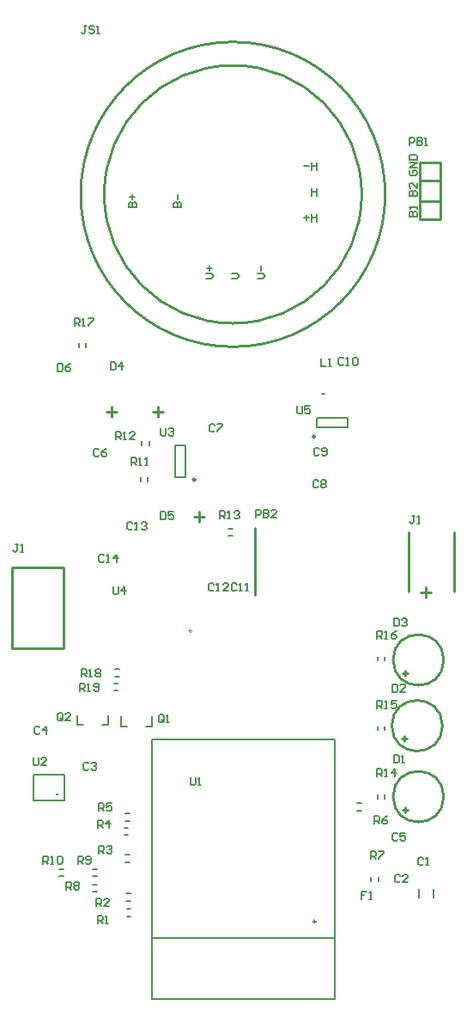
<source format=gto>
G04 Layer_Color=65535*
%FSLAX25Y25*%
%MOIN*%
G70*
G01*
G75*
%ADD30C,0.00800*%
%ADD31C,0.00787*%
%ADD43C,0.01000*%
%ADD44C,0.00000*%
%ADD45C,0.00984*%
%ADD46C,0.00500*%
D30*
X255699Y656899D02*
X254700D01*
X255200D01*
Y654400D01*
X254700Y653900D01*
X254200D01*
X253700Y654400D01*
X258698Y656399D02*
X258198Y656899D01*
X257199D01*
X256699Y656399D01*
Y655899D01*
X257199Y655400D01*
X258198D01*
X258698Y654900D01*
Y654400D01*
X258198Y653900D01*
X257199D01*
X256699Y654400D01*
X259698Y653900D02*
X260698D01*
X260198D01*
Y656899D01*
X259698Y656399D01*
X302001Y559000D02*
X304000D01*
X305000Y560000D01*
X304000Y560999D01*
X302001D01*
X303501Y561999D02*
Y563998D01*
X302501Y562999D02*
X304500D01*
X312001Y559000D02*
X314000D01*
X315000Y560000D01*
X314000Y560999D01*
X312001D01*
X322001Y559000D02*
X324000D01*
X325000Y560000D01*
X324000Y560999D01*
X322001D01*
X323500Y561999D02*
Y563998D01*
X345000Y581001D02*
Y584000D01*
Y582501D01*
X343001D01*
Y581001D01*
Y584000D01*
X342001Y582501D02*
X340002D01*
X341001Y581501D02*
Y583500D01*
X345000Y591001D02*
Y594000D01*
Y592500D01*
X343001D01*
Y591001D01*
Y594000D01*
X345000Y601001D02*
Y604000D01*
Y602500D01*
X343001D01*
Y601001D01*
Y604000D01*
X342001Y602500D02*
X340002D01*
X272001Y586500D02*
X275000D01*
Y587999D01*
X274500Y588499D01*
X274000D01*
X273500Y587999D01*
Y586500D01*
Y587999D01*
X273001Y588499D01*
X272501D01*
X272001Y587999D01*
Y586500D01*
X273500Y589499D02*
Y591498D01*
X272501Y590499D02*
X274500D01*
X289501Y586500D02*
X292500D01*
Y587999D01*
X292000Y588499D01*
X291500D01*
X291001Y587999D01*
Y586500D01*
Y587999D01*
X290501Y588499D01*
X290001D01*
X289501Y587999D01*
Y586500D01*
X291001Y589499D02*
Y591498D01*
X284500Y468499D02*
Y465500D01*
X285999D01*
X286499Y466000D01*
Y467999D01*
X285999Y468499D01*
X284500D01*
X289498D02*
X287499D01*
Y466999D01*
X288499Y467499D01*
X288999D01*
X289498Y466999D01*
Y466000D01*
X288999Y465500D01*
X287999D01*
X287499Y466000D01*
X273499Y463999D02*
X273000Y464499D01*
X272000D01*
X271500Y463999D01*
Y462000D01*
X272000Y461500D01*
X273000D01*
X273499Y462000D01*
X274499Y461500D02*
X275499D01*
X274999D01*
Y464499D01*
X274499Y463999D01*
X276998D02*
X277498Y464499D01*
X278498D01*
X278998Y463999D01*
Y463499D01*
X278498Y462999D01*
X277998D01*
X278498D01*
X278998Y462500D01*
Y462000D01*
X278498Y461500D01*
X277498D01*
X276998Y462000D01*
X262499Y451499D02*
X262000Y451999D01*
X261000D01*
X260500Y451499D01*
Y449500D01*
X261000Y449000D01*
X262000D01*
X262499Y449500D01*
X263499Y449000D02*
X264499D01*
X263999D01*
Y451999D01*
X263499Y451499D01*
X267498Y449000D02*
Y451999D01*
X265998Y450499D01*
X267998D01*
X266000Y439499D02*
Y437000D01*
X266500Y436500D01*
X267499D01*
X267999Y437000D01*
Y439499D01*
X270498Y436500D02*
Y439499D01*
X268999Y437999D01*
X270998D01*
X273000Y486500D02*
Y489499D01*
X274500D01*
X274999Y488999D01*
Y487999D01*
X274500Y487500D01*
X273000D01*
X274000D02*
X274999Y486500D01*
X275999D02*
X276999D01*
X276499D01*
Y489499D01*
X275999Y488999D01*
X278498Y486500D02*
X279498D01*
X278998D01*
Y489499D01*
X278498Y488999D01*
X260499Y492499D02*
X259999Y492999D01*
X259000D01*
X258500Y492499D01*
Y490500D01*
X259000Y490000D01*
X259999D01*
X260499Y490500D01*
X263498Y492999D02*
X262499Y492499D01*
X261499Y491500D01*
Y490500D01*
X261999Y490000D01*
X262999D01*
X263498Y490500D01*
Y491000D01*
X262999Y491500D01*
X261499D01*
X267000Y496500D02*
Y499499D01*
X268499D01*
X268999Y498999D01*
Y497999D01*
X268499Y497500D01*
X267000D01*
X268000D02*
X268999Y496500D01*
X269999D02*
X270999D01*
X270499D01*
Y499499D01*
X269999Y498999D01*
X274498Y496500D02*
X272498D01*
X274498Y498499D01*
Y498999D01*
X273998Y499499D01*
X272998D01*
X272498Y498999D01*
X251000Y540500D02*
Y543499D01*
X252500D01*
X252999Y542999D01*
Y541999D01*
X252500Y541500D01*
X251000D01*
X252000D02*
X252999Y540500D01*
X253999D02*
X254999D01*
X254499D01*
Y543499D01*
X253999Y542999D01*
X256498Y543499D02*
X258498D01*
Y542999D01*
X256498Y541000D01*
Y540500D01*
X265000Y526499D02*
Y523500D01*
X266499D01*
X266999Y524000D01*
Y525999D01*
X266499Y526499D01*
X265000D01*
X269498Y523500D02*
Y526499D01*
X267999Y525000D01*
X269998D01*
X244500Y525999D02*
Y523000D01*
X246000D01*
X246499Y523500D01*
Y525499D01*
X246000Y525999D01*
X244500D01*
X249498D02*
X248499Y525499D01*
X247499Y524500D01*
Y523500D01*
X247999Y523000D01*
X248998D01*
X249498Y523500D01*
Y524000D01*
X248998Y524500D01*
X247499D01*
X337500Y509499D02*
Y507000D01*
X338000Y506500D01*
X339000D01*
X339499Y507000D01*
Y509499D01*
X342498D02*
X340499D01*
Y508000D01*
X341499Y508499D01*
X341999D01*
X342498Y508000D01*
Y507000D01*
X341999Y506500D01*
X340999D01*
X340499Y507000D01*
X253000Y399000D02*
Y401999D01*
X254500D01*
X254999Y401499D01*
Y400499D01*
X254500Y400000D01*
X253000D01*
X254000D02*
X254999Y399000D01*
X255999D02*
X256999D01*
X256499D01*
Y401999D01*
X255999Y401499D01*
X258498Y399500D02*
X258998Y399000D01*
X259998D01*
X260498Y399500D01*
Y401499D01*
X259998Y401999D01*
X258998D01*
X258498Y401499D01*
Y400999D01*
X258998Y400499D01*
X260498D01*
X253594Y404500D02*
Y407499D01*
X255094D01*
X255594Y406999D01*
Y406000D01*
X255094Y405500D01*
X253594D01*
X254594D02*
X255594Y404500D01*
X256593D02*
X257593D01*
X257093D01*
Y407499D01*
X256593Y406999D01*
X259093D02*
X259593Y407499D01*
X260592D01*
X261092Y406999D01*
Y406499D01*
X260592Y406000D01*
X261092Y405500D01*
Y405000D01*
X260592Y404500D01*
X259593D01*
X259093Y405000D01*
Y405500D01*
X259593Y406000D01*
X259093Y406499D01*
Y406999D01*
X259593Y406000D02*
X260592D01*
X285562Y387224D02*
Y389224D01*
X285063Y389723D01*
X284063D01*
X283563Y389224D01*
Y387224D01*
X284063Y386724D01*
X285063D01*
X284563Y387724D02*
X285562Y386724D01*
X285063D02*
X285562Y387224D01*
X286562Y386724D02*
X287562D01*
X287062D01*
Y389723D01*
X286562Y389224D01*
X246499Y388000D02*
Y389999D01*
X246000Y390499D01*
X245000D01*
X244500Y389999D01*
Y388000D01*
X245000Y387500D01*
X246000D01*
X245500Y388500D02*
X246499Y387500D01*
X246000D02*
X246499Y388000D01*
X249498Y387500D02*
X247499D01*
X249498Y389499D01*
Y389999D01*
X248998Y390499D01*
X247999D01*
X247499Y389999D01*
X238800Y332000D02*
Y334999D01*
X240300D01*
X240799Y334499D01*
Y333500D01*
X240300Y333000D01*
X238800D01*
X239800D02*
X240799Y332000D01*
X241799D02*
X242799D01*
X242299D01*
Y334999D01*
X241799Y334499D01*
X244298D02*
X244798Y334999D01*
X245798D01*
X246298Y334499D01*
Y332500D01*
X245798Y332000D01*
X244798D01*
X244298Y332500D01*
Y334499D01*
X247800Y322000D02*
Y324999D01*
X249300D01*
X249799Y324499D01*
Y323499D01*
X249300Y323000D01*
X247800D01*
X248800D02*
X249799Y322000D01*
X250799Y324499D02*
X251299Y324999D01*
X252298D01*
X252798Y324499D01*
Y323999D01*
X252298Y323499D01*
X252798Y323000D01*
Y322500D01*
X252298Y322000D01*
X251299D01*
X250799Y322500D01*
Y323000D01*
X251299Y323499D01*
X250799Y323999D01*
Y324499D01*
X251299Y323499D02*
X252298D01*
X252300Y332000D02*
Y334999D01*
X253800D01*
X254299Y334499D01*
Y333500D01*
X253800Y333000D01*
X252300D01*
X253300D02*
X254299Y332000D01*
X255299Y332500D02*
X255799Y332000D01*
X256799D01*
X257298Y332500D01*
Y334499D01*
X256799Y334999D01*
X255799D01*
X255299Y334499D01*
Y333999D01*
X255799Y333500D01*
X257298D01*
X296000Y365499D02*
Y363000D01*
X296500Y362500D01*
X297499D01*
X297999Y363000D01*
Y365499D01*
X298999Y362500D02*
X299999D01*
X299499D01*
Y365499D01*
X298999Y364999D01*
X260000Y309000D02*
Y311999D01*
X261500D01*
X261999Y311499D01*
Y310500D01*
X261500Y310000D01*
X260000D01*
X261000D02*
X261999Y309000D01*
X262999D02*
X263999D01*
X263499D01*
Y311999D01*
X262999Y311499D01*
X259500Y315500D02*
Y318499D01*
X260999D01*
X261499Y317999D01*
Y317000D01*
X260999Y316500D01*
X259500D01*
X260500D02*
X261499Y315500D01*
X264498D02*
X262499D01*
X264498Y317499D01*
Y317999D01*
X263999Y318499D01*
X262999D01*
X262499Y317999D01*
X260500Y336000D02*
Y338999D01*
X262000D01*
X262499Y338499D01*
Y337499D01*
X262000Y337000D01*
X260500D01*
X261500D02*
X262499Y336000D01*
X263499Y338499D02*
X263999Y338999D01*
X264999D01*
X265498Y338499D01*
Y337999D01*
X264999Y337499D01*
X264499D01*
X264999D01*
X265498Y337000D01*
Y336500D01*
X264999Y336000D01*
X263999D01*
X263499Y336500D01*
X367500Y347500D02*
Y350499D01*
X369000D01*
X369499Y349999D01*
Y349000D01*
X369000Y348500D01*
X367500D01*
X368500D02*
X369499Y347500D01*
X372498Y350499D02*
X371499Y349999D01*
X370499Y349000D01*
Y348000D01*
X370999Y347500D01*
X371999D01*
X372498Y348000D01*
Y348500D01*
X371999Y349000D01*
X370499D01*
X260500Y352500D02*
Y355499D01*
X262000D01*
X262499Y354999D01*
Y353999D01*
X262000Y353500D01*
X260500D01*
X261500D02*
X262499Y352500D01*
X265498Y355499D02*
X263499D01*
Y353999D01*
X264499Y354499D01*
X264999D01*
X265498Y353999D01*
Y353000D01*
X264999Y352500D01*
X263999D01*
X263499Y353000D01*
X260000Y346000D02*
Y348999D01*
X261500D01*
X261999Y348499D01*
Y347499D01*
X261500Y347000D01*
X260000D01*
X261000D02*
X261999Y346000D01*
X264498D02*
Y348999D01*
X262999Y347499D01*
X264998D01*
X305199Y440199D02*
X304699Y440699D01*
X303700D01*
X303200Y440199D01*
Y438200D01*
X303700Y437700D01*
X304699D01*
X305199Y438200D01*
X306199Y437700D02*
X307199D01*
X306699D01*
Y440699D01*
X306199Y440199D01*
X310698Y437700D02*
X308698D01*
X310698Y439699D01*
Y440199D01*
X310198Y440699D01*
X309198D01*
X308698Y440199D01*
X313899D02*
X313400Y440699D01*
X312400D01*
X311900Y440199D01*
Y438200D01*
X312400Y437700D01*
X313400D01*
X313899Y438200D01*
X314899Y437700D02*
X315899D01*
X315399D01*
Y440699D01*
X314899Y440199D01*
X317398Y437700D02*
X318398D01*
X317898D01*
Y440699D01*
X317398Y440199D01*
X375000Y374099D02*
Y371100D01*
X376500D01*
X376999Y371600D01*
Y373599D01*
X376500Y374099D01*
X375000D01*
X377999Y371100D02*
X378999D01*
X378499D01*
Y374099D01*
X377999Y373599D01*
X374500Y401599D02*
Y398600D01*
X375999D01*
X376499Y399100D01*
Y401099D01*
X375999Y401599D01*
X374500D01*
X379498Y398600D02*
X377499D01*
X379498Y400599D01*
Y401099D01*
X378998Y401599D01*
X377999D01*
X377499Y401099D01*
X375000Y427099D02*
Y424100D01*
X376500D01*
X376999Y424600D01*
Y426599D01*
X376500Y427099D01*
X375000D01*
X377999Y426599D02*
X378499Y427099D01*
X379499D01*
X379998Y426599D01*
Y426099D01*
X379499Y425599D01*
X378999D01*
X379499D01*
X379998Y425100D01*
Y424600D01*
X379499Y424100D01*
X378499D01*
X377999Y424600D01*
X383099Y466999D02*
X382100D01*
X382599D01*
Y464500D01*
X382100Y464000D01*
X381600D01*
X381100Y464500D01*
X384099Y464000D02*
X385099D01*
X384599D01*
Y466999D01*
X384099Y466499D01*
X368400Y365700D02*
Y368699D01*
X369900D01*
X370399Y368199D01*
Y367199D01*
X369900Y366700D01*
X368400D01*
X369400D02*
X370399Y365700D01*
X371399D02*
X372399D01*
X371899D01*
Y368699D01*
X371399Y368199D01*
X375398Y365700D02*
Y368699D01*
X373898Y367199D01*
X375898D01*
X368400Y392247D02*
Y395246D01*
X369900D01*
X370399Y394746D01*
Y393747D01*
X369900Y393247D01*
X368400D01*
X369400D02*
X370399Y392247D01*
X371399D02*
X372399D01*
X371899D01*
Y395246D01*
X371399Y394746D01*
X375898Y395246D02*
X373898D01*
Y393747D01*
X374898Y394247D01*
X375398D01*
X375898Y393747D01*
Y392747D01*
X375398Y392247D01*
X374398D01*
X373898Y392747D01*
X368400Y419247D02*
Y422246D01*
X369900D01*
X370399Y421746D01*
Y420747D01*
X369900Y420247D01*
X368400D01*
X369400D02*
X370399Y419247D01*
X371399D02*
X372399D01*
X371899D01*
Y422246D01*
X371399Y421746D01*
X375898Y422246D02*
X374898Y421746D01*
X373898Y420747D01*
Y419747D01*
X374398Y419247D01*
X375398D01*
X375898Y419747D01*
Y420247D01*
X375398Y420747D01*
X373898D01*
X305399Y501999D02*
X304900Y502499D01*
X303900D01*
X303400Y501999D01*
Y500000D01*
X303900Y499500D01*
X304900D01*
X305399Y500000D01*
X306399Y502499D02*
X308398D01*
Y501999D01*
X306399Y500000D01*
Y499500D01*
X307400Y465700D02*
Y468699D01*
X308899D01*
X309399Y468199D01*
Y467200D01*
X308899Y466700D01*
X307400D01*
X308400D02*
X309399Y465700D01*
X310399D02*
X311399D01*
X310899D01*
Y468699D01*
X310399Y468199D01*
X312898D02*
X313398Y468699D01*
X314398D01*
X314898Y468199D01*
Y467699D01*
X314398Y467200D01*
X313898D01*
X314398D01*
X314898Y466700D01*
Y466200D01*
X314398Y465700D01*
X313398D01*
X312898Y466200D01*
X345599Y480199D02*
X345099Y480699D01*
X344100D01*
X343600Y480199D01*
Y478200D01*
X344100Y477700D01*
X345099D01*
X345599Y478200D01*
X346599Y480199D02*
X347099Y480699D01*
X348098D01*
X348598Y480199D01*
Y479699D01*
X348098Y479200D01*
X348598Y478700D01*
Y478200D01*
X348098Y477700D01*
X347099D01*
X346599Y478200D01*
Y478700D01*
X347099Y479200D01*
X346599Y479699D01*
Y480199D01*
X347099Y479200D02*
X348098D01*
X345899Y492699D02*
X345399Y493199D01*
X344400D01*
X343900Y492699D01*
Y490700D01*
X344400Y490200D01*
X345399D01*
X345899Y490700D01*
X346899D02*
X347399Y490200D01*
X348398D01*
X348898Y490700D01*
Y492699D01*
X348398Y493199D01*
X347399D01*
X346899Y492699D01*
Y492199D01*
X347399Y491700D01*
X348898D01*
X355399Y527699D02*
X354900Y528199D01*
X353900D01*
X353400Y527699D01*
Y525700D01*
X353900Y525200D01*
X354900D01*
X355399Y525700D01*
X356399Y525200D02*
X357399D01*
X356899D01*
Y528199D01*
X356399Y527699D01*
X358898D02*
X359398Y528199D01*
X360398D01*
X360898Y527699D01*
Y525700D01*
X360398Y525200D01*
X359398D01*
X358898Y525700D01*
Y527699D01*
X321300Y466200D02*
Y469199D01*
X322799D01*
X323299Y468699D01*
Y467699D01*
X322799Y467200D01*
X321300D01*
X324299Y469199D02*
Y466200D01*
X325799D01*
X326298Y466700D01*
Y467200D01*
X325799Y467699D01*
X324299D01*
X325799D01*
X326298Y468199D01*
Y468699D01*
X325799Y469199D01*
X324299D01*
X329297Y466200D02*
X327298D01*
X329297Y468199D01*
Y468699D01*
X328798Y469199D01*
X327798D01*
X327298Y468699D01*
X229199Y455916D02*
X228200D01*
X228699D01*
Y453417D01*
X228200Y452917D01*
X227700D01*
X227200Y453417D01*
X230199Y452917D02*
X231199D01*
X230699D01*
Y455916D01*
X230199Y455416D01*
X346700Y527999D02*
Y525000D01*
X348699D01*
X349699D02*
X350699D01*
X350199D01*
Y527999D01*
X349699Y527499D01*
X284400Y500999D02*
Y498500D01*
X284900Y498000D01*
X285899D01*
X286399Y498500D01*
Y500999D01*
X287399Y500499D02*
X287899Y500999D01*
X288898D01*
X289398Y500499D01*
Y499999D01*
X288898Y499500D01*
X288399D01*
X288898D01*
X289398Y499000D01*
Y498500D01*
X288898Y498000D01*
X287899D01*
X287399Y498500D01*
X376399Y343499D02*
X375900Y343999D01*
X374900D01*
X374400Y343499D01*
Y341500D01*
X374900Y341000D01*
X375900D01*
X376399Y341500D01*
X379398Y343999D02*
X377399D01*
Y342499D01*
X378399Y342999D01*
X378899D01*
X379398Y342499D01*
Y341500D01*
X378899Y341000D01*
X377899D01*
X377399Y341500D01*
X365900Y333700D02*
Y336699D01*
X367400D01*
X367899Y336199D01*
Y335199D01*
X367400Y334700D01*
X365900D01*
X366900D02*
X367899Y333700D01*
X368899Y336699D02*
X370898D01*
Y336199D01*
X368899Y334200D01*
Y333700D01*
X237399Y384699D02*
X236899Y385199D01*
X235900D01*
X235400Y384699D01*
Y382700D01*
X235900Y382200D01*
X236899D01*
X237399Y382700D01*
X239898Y382200D02*
Y385199D01*
X238399Y383699D01*
X240398D01*
X256399Y370699D02*
X255900Y371199D01*
X254900D01*
X254400Y370699D01*
Y368700D01*
X254900Y368200D01*
X255900D01*
X256399Y368700D01*
X257399Y370699D02*
X257899Y371199D01*
X258898D01*
X259398Y370699D01*
Y370199D01*
X258898Y369700D01*
X258399D01*
X258898D01*
X259398Y369200D01*
Y368700D01*
X258898Y368200D01*
X257899D01*
X257399Y368700D01*
X381000Y610600D02*
Y613599D01*
X382500D01*
X382999Y613099D01*
Y612100D01*
X382500Y611600D01*
X381000D01*
X383999Y613599D02*
Y610600D01*
X385498D01*
X385998Y611100D01*
Y611600D01*
X385498Y612100D01*
X383999D01*
X385498D01*
X385998Y612599D01*
Y613099D01*
X385498Y613599D01*
X383999D01*
X386998Y610600D02*
X387998D01*
X387498D01*
Y613599D01*
X386998Y613099D01*
X381001Y583000D02*
X384000D01*
Y584500D01*
X383500Y584999D01*
X383000D01*
X382501Y584500D01*
Y583000D01*
Y584500D01*
X382001Y584999D01*
X381501D01*
X381001Y584500D01*
Y583000D01*
X384000Y585999D02*
Y586999D01*
Y586499D01*
X381001D01*
X381501Y585999D01*
X381001Y591000D02*
X384000D01*
Y592499D01*
X383500Y592999D01*
X383000D01*
X382501Y592499D01*
Y591000D01*
Y592499D01*
X382001Y592999D01*
X381501D01*
X381001Y592499D01*
Y591000D01*
X384000Y595998D02*
Y593999D01*
X382001Y595998D01*
X381501D01*
X381001Y595499D01*
Y594499D01*
X381501Y593999D01*
Y600999D02*
X381001Y600499D01*
Y599500D01*
X381501Y599000D01*
X383500D01*
X384000Y599500D01*
Y600499D01*
X383500Y600999D01*
X382501D01*
Y600000D01*
X384000Y601999D02*
X381001D01*
X384000Y603998D01*
X381001D01*
Y604998D02*
X384000D01*
Y606498D01*
X383500Y606997D01*
X381501D01*
X381001Y606498D01*
Y604998D01*
X386399Y333899D02*
X385899Y334399D01*
X384900D01*
X384400Y333899D01*
Y331900D01*
X384900Y331400D01*
X385899D01*
X386399Y331900D01*
X387399Y331400D02*
X388399D01*
X387899D01*
Y334399D01*
X387399Y333899D01*
X377399Y327199D02*
X376900Y327699D01*
X375900D01*
X375400Y327199D01*
Y325200D01*
X375900Y324700D01*
X376900D01*
X377399Y325200D01*
X380398Y324700D02*
X378399D01*
X380398Y326699D01*
Y327199D01*
X379899Y327699D01*
X378899D01*
X378399Y327199D01*
X364399Y321199D02*
X362400D01*
Y319700D01*
X363400D01*
X362400D01*
Y318200D01*
X365399D02*
X366399D01*
X365899D01*
Y321199D01*
X365399Y320699D01*
X234968Y373086D02*
Y370587D01*
X235468Y370087D01*
X236468D01*
X236968Y370587D01*
Y373086D01*
X239967Y370087D02*
X237967D01*
X239967Y372087D01*
Y372587D01*
X239467Y373086D01*
X238467D01*
X237967Y372587D01*
D31*
X276622Y480165D02*
Y481740D01*
X279378Y480165D02*
Y481740D01*
X279878Y494260D02*
Y495835D01*
X277122Y494260D02*
Y495835D01*
X255378Y532260D02*
Y533835D01*
X252622Y532260D02*
Y533835D01*
X344898Y501031D02*
Y504969D01*
X357102Y501031D02*
Y504969D01*
X344898Y501031D02*
X357102D01*
X344898Y504969D02*
X357102D01*
X266213Y399122D02*
X267787D01*
X266213Y401878D02*
X267787D01*
X266760Y407378D02*
X268335D01*
X266760Y404622D02*
X268335D01*
X269094Y385244D02*
X271358D01*
X269094D02*
Y389181D01*
X278642Y385244D02*
X280906D01*
Y389181D01*
X252095Y385744D02*
X254358D01*
X252095D02*
Y389681D01*
X261642Y385744D02*
X263906D01*
Y389681D01*
X245013Y329878D02*
X246587D01*
X245013Y327122D02*
X246587D01*
X258013Y321122D02*
X259587D01*
X258013Y323878D02*
X259587D01*
X258013Y327122D02*
X259587D01*
X258013Y329878D02*
X259587D01*
X271213Y311622D02*
X272787D01*
X271213Y314378D02*
X272787D01*
X271165Y317622D02*
X272740D01*
X271165Y320378D02*
X272740D01*
X270713Y332622D02*
X272287D01*
X270713Y335378D02*
X272287D01*
X360713Y352622D02*
X362287D01*
X360713Y355378D02*
X362287D01*
X270665Y348622D02*
X272240D01*
X270665Y351378D02*
X272240D01*
X270260Y343122D02*
X271835D01*
X270260Y345878D02*
X271835D01*
X368622Y357213D02*
Y358787D01*
X371378Y357213D02*
Y358787D01*
X368622Y383760D02*
Y385335D01*
X371378Y383760D02*
Y385335D01*
X368622Y410760D02*
Y412335D01*
X371378Y410760D02*
Y412335D01*
X310713Y459122D02*
X312287D01*
X310713Y461878D02*
X312287D01*
X346909Y514169D02*
X348091D01*
X290032Y481898D02*
X293969D01*
X290032Y494102D02*
X293969D01*
Y481898D02*
Y494102D01*
X290032Y481898D02*
Y494102D01*
X368878Y325213D02*
Y326787D01*
X366122Y325213D02*
Y326787D01*
X384547Y318925D02*
Y322075D01*
X390453Y318925D02*
Y322075D01*
D43*
X362500Y591500D02*
G03*
X362500Y591500I-50000J0D01*
G01*
X371600D02*
G03*
X371600Y591500I-59100J0D01*
G01*
X344508Y309551D02*
G03*
X344508Y309551I-394J0D01*
G01*
X394342Y358000D02*
G03*
X394342Y358000I-9843J0D01*
G01*
X393843Y385500D02*
G03*
X393843Y385500I-9843J0D01*
G01*
X394342Y411000D02*
G03*
X394342Y411000I-9843J0D01*
G01*
X244250Y358856D02*
G03*
X244250Y358856I-100J0D01*
G01*
X297500Y466500D02*
X301500D01*
X299500Y464500D02*
Y468500D01*
X283500Y505100D02*
Y509100D01*
X281500Y507100D02*
X285500D01*
X265500Y505100D02*
Y509100D01*
X263500Y507100D02*
X267500D01*
X379500Y352000D02*
Y354000D01*
X378500Y353000D02*
X380500D01*
X379000Y379500D02*
Y381500D01*
X378000Y380500D02*
X380000D01*
X379500Y405000D02*
Y407000D01*
X378500Y406000D02*
X380500D01*
X380807Y437449D02*
Y460677D01*
X387500Y435126D02*
Y439126D01*
X385500Y437126D02*
X389500D01*
X398524Y437449D02*
Y460677D01*
X321000Y436134D02*
Y462134D01*
X226854Y446957D02*
X246539D01*
Y415461D02*
Y446957D01*
X226854Y415461D02*
X246539D01*
X226854D02*
Y446957D01*
X385000Y597000D02*
X393000D01*
X385000Y589000D02*
X393000D01*
X385000Y604000D02*
X393000D01*
X385000Y582000D02*
Y604000D01*
Y582000D02*
X393000D01*
Y604000D01*
D44*
X296583Y422094D02*
G03*
X296583Y422094I-591J0D01*
G01*
D45*
X344406Y497587D02*
G03*
X344406Y497587I-492J0D01*
G01*
X297905Y480913D02*
G03*
X297905Y480913I-492J0D01*
G01*
D46*
X281114Y303051D02*
X352114D01*
X281114Y279551D02*
Y380051D01*
Y279551D02*
X352114D01*
Y380051D01*
X281114D02*
X352114D01*
X235105Y356551D02*
Y366394D01*
X246917D01*
X235094Y356494D02*
X246905D01*
Y366336D01*
M02*

</source>
